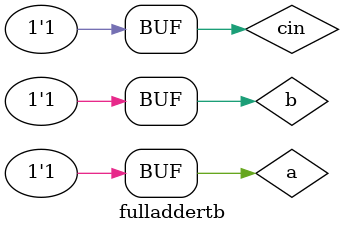
<source format=v>
`timescale 1ns / 1ps


module fulladdertb;

	// Inputs
	reg a;
	reg b;
	reg cin;

 	// Outputs
	wire sum;
	wire ca;

	// Instantiate the Unit Under Test (UUT)
	Full_Adder uut (
		.a(a), 
		.b(b), 
		.cin(cin), 
		.sum(sum), 
		.ca(ca)
	);

	initial begin
		// Initialize Inputs
		a = 0;b=0;cin=0;#100;
		a = 0;b=0;cin=1;#100;
		a = 0;b=1;cin=0;#100;
		a = 0;b=1;cin=1;#100;
		a = 1;b=0;cin=0;#100;
		a = 1;b=0;cin=1;#100;
		a = 1;b=1;cin=0;#100;
		a = 1;b=1;cin=1;#100;

		// Wait 100 ns for global reset to fi
        
		// Add stimulus here

	end
      
endmodule


</source>
